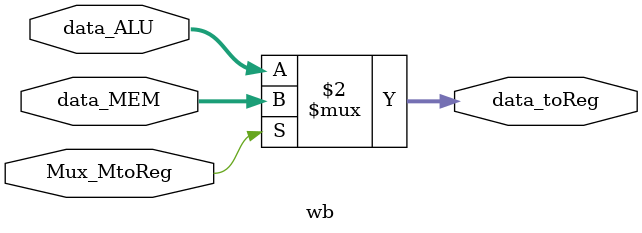
<source format=v>
/*
   CS/ECE 552 Spring '20
  
   Filename        : wb.v
   Description     : This is the module for the overall Write Back stage of the processor.
*/
module wb (data_ALU, data_MEM, data_toReg, Mux_MtoReg);

	input 	[15:0]	data_MEM;
	input 			Mux_MtoReg;

	output 	[15:0]	data_toReg;
	input 	[15:0]  data_ALU;

	assign data_toReg = (Mux_MtoReg == 1'b1) ?  data_MEM : data_ALU ;
	
endmodule

</source>
